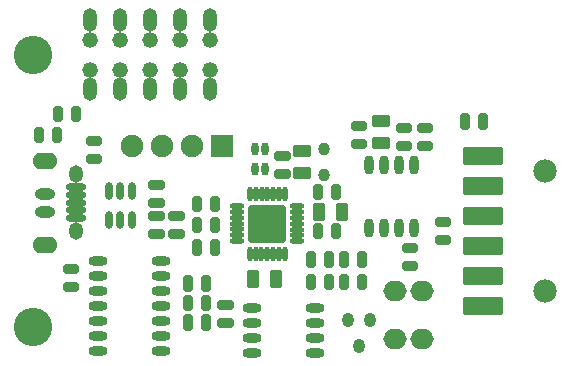
<source format=gbs>
G04 #@! TF.GenerationSoftware,KiCad,Pcbnew,(6.0.0-rc1-387-g70841c6393)*
G04 #@! TF.CreationDate,2022-03-02T22:10:33+08:00*
G04 #@! TF.ProjectId,uw-rs485_hat,75772d72-7334-4383-955f-6861742e6b69,rev?*
G04 #@! TF.SameCoordinates,Original*
G04 #@! TF.FileFunction,Soldermask,Bot*
G04 #@! TF.FilePolarity,Negative*
%FSLAX46Y46*%
G04 Gerber Fmt 4.6, Leading zero omitted, Abs format (unit mm)*
G04 Created by KiCad (PCBNEW (6.0.0-rc1-387-g70841c6393)) date 2022-03-02 22:10:33*
%MOMM*%
%LPD*%
G01*
G04 APERTURE LIST*
G04 Aperture macros list*
%AMRoundRect*
0 Rectangle with rounded corners*
0 $1 Rounding radius*
0 $2 $3 $4 $5 $6 $7 $8 $9 X,Y pos of 4 corners*
0 Add a 4 corners polygon primitive as box body*
4,1,4,$2,$3,$4,$5,$6,$7,$8,$9,$2,$3,0*
0 Add four circle primitives for the rounded corners*
1,1,$1+$1,$2,$3*
1,1,$1+$1,$4,$5*
1,1,$1+$1,$6,$7*
1,1,$1+$1,$8,$9*
0 Add four rect primitives between the rounded corners*
20,1,$1+$1,$2,$3,$4,$5,0*
20,1,$1+$1,$4,$5,$6,$7,0*
20,1,$1+$1,$6,$7,$8,$9,0*
20,1,$1+$1,$8,$9,$2,$3,0*%
G04 Aperture macros list end*
%ADD10RoundRect,0.101600X0.850000X-0.850000X0.850000X0.850000X-0.850000X0.850000X-0.850000X-0.850000X0*%
%ADD11O,1.903200X1.903200*%
%ADD12C,3.251200*%
%ADD13O,0.457200X0.838200*%
%ADD14RoundRect,0.101600X0.444500X-0.317500X0.444500X0.317500X-0.444500X0.317500X-0.444500X-0.317500X0*%
%ADD15O,0.838200X0.457200*%
%ADD16RoundRect,0.101600X-0.317500X-0.444500X0.317500X-0.444500X0.317500X0.444500X-0.317500X0.444500X0*%
%ADD17O,1.092200X0.584200*%
%ADD18RoundRect,0.101600X-0.444500X-0.508000X0.444500X-0.508000X0.444500X0.508000X-0.444500X0.508000X0*%
%ADD19O,0.584200X1.092200*%
%ADD20RoundRect,0.101600X0.508000X-0.444500X0.508000X0.444500X-0.508000X0.444500X-0.508000X-0.444500X0*%
%ADD21RoundRect,0.101600X0.317500X0.444500X-0.317500X0.444500X-0.317500X-0.444500X0.317500X-0.444500X0*%
%ADD22RoundRect,0.101600X-0.444500X0.317500X-0.444500X-0.317500X0.444500X-0.317500X0.444500X0.317500X0*%
%ADD23O,0.711200X1.524000*%
%ADD24O,1.016000X1.219200*%
%ADD25O,1.727200X0.609600*%
%ADD26O,1.219200X1.473200*%
%ADD27O,2.108200X1.397000*%
%ADD28O,1.727200X0.965200*%
%ADD29O,0.609600X1.117600*%
%ADD30O,1.981200X1.727200*%
%ADD31O,0.457200X1.219200*%
%ADD32O,1.219200X0.457200*%
%ADD33O,3.251200X0.711200*%
%ADD34RoundRect,0.101600X-1.524000X-1.270000X1.524000X-1.270000X1.524000X1.270000X-1.524000X1.270000X0*%
%ADD35O,1.602740X0.802640*%
%ADD36O,0.802640X1.602740*%
%ADD37O,0.965200X1.117600*%
%ADD38C,1.320800*%
%ADD39O,1.219200X1.981200*%
%ADD40C,1.983200*%
%ADD41RoundRect,0.101600X1.590000X-0.635000X1.590000X0.635000X-1.590000X0.635000X-1.590000X-0.635000X0*%
G04 APERTURE END LIST*
D10*
G04 #@! TO.C,J4*
X44958000Y-132969000D03*
D11*
X42418000Y-132969000D03*
X39878000Y-132969000D03*
X37338000Y-132969000D03*
G04 #@! TD*
D12*
G04 #@! TO.C,MH1*
X28905200Y-125298200D03*
G04 #@! TD*
G04 #@! TO.C,MH2*
X28905200Y-148298200D03*
G04 #@! TD*
D13*
G04 #@! TO.C,C1*
X39814500Y-137795000D03*
X38925500Y-137795000D03*
D14*
X39370000Y-137795000D03*
X39370000Y-136271000D03*
D13*
X38925500Y-136271000D03*
X39814500Y-136271000D03*
G04 #@! TD*
D15*
G04 #@! TO.C,C2*
X53086000Y-136461500D03*
D16*
X53086000Y-136906000D03*
D15*
X53086000Y-137350500D03*
X54610000Y-137350500D03*
X54610000Y-136461500D03*
D16*
X54610000Y-136906000D03*
G04 #@! TD*
D17*
G04 #@! TO.C,C3*
X53149500Y-138049000D03*
X53149500Y-139065000D03*
D18*
X53149500Y-138557000D03*
D17*
X55054500Y-138049000D03*
D18*
X55054500Y-138557000D03*
D17*
X55054500Y-139065000D03*
G04 #@! TD*
D13*
G04 #@! TO.C,C4*
X49593500Y-135382000D03*
D14*
X50038000Y-135382000D03*
D13*
X50482500Y-135382000D03*
D14*
X50038000Y-133858000D03*
D13*
X50482500Y-133858000D03*
X49593500Y-133858000D03*
G04 #@! TD*
D19*
G04 #@! TO.C,C5*
X52197000Y-135318500D03*
D20*
X51689000Y-135318500D03*
D19*
X51181000Y-135318500D03*
X51181000Y-133413500D03*
D20*
X51689000Y-133413500D03*
D19*
X52197000Y-133413500D03*
G04 #@! TD*
D17*
G04 #@! TO.C,C6*
X47561500Y-143764000D03*
D18*
X47561500Y-144272000D03*
D17*
X47561500Y-144780000D03*
X49466500Y-144780000D03*
X49466500Y-143764000D03*
D18*
X49466500Y-144272000D03*
G04 #@! TD*
D13*
G04 #@! TO.C,C7*
X45656500Y-147955000D03*
D14*
X45212000Y-147955000D03*
D13*
X44767500Y-147955000D03*
X45656500Y-146431000D03*
X44767500Y-146431000D03*
D14*
X45212000Y-146431000D03*
G04 #@! TD*
D15*
G04 #@! TO.C,C8*
X32581850Y-129857500D03*
X32581850Y-130746500D03*
D21*
X32581850Y-130302000D03*
X31057850Y-130302000D03*
D15*
X31057850Y-129857500D03*
X31057850Y-130746500D03*
G04 #@! TD*
D22*
G04 #@! TO.C,C9*
X34105850Y-132588000D03*
D13*
X33661350Y-132588000D03*
X34550350Y-132588000D03*
X33661350Y-134112000D03*
X34550350Y-134112000D03*
D22*
X34105850Y-134112000D03*
G04 #@! TD*
G04 #@! TO.C,C10*
X32131000Y-143383000D03*
D13*
X31686500Y-143383000D03*
X32575500Y-143383000D03*
D22*
X32131000Y-144907000D03*
D13*
X32575500Y-144907000D03*
X31686500Y-144907000D03*
G04 #@! TD*
D14*
G04 #@! TO.C,C12*
X56515000Y-132842000D03*
D13*
X56070500Y-132842000D03*
X56959500Y-132842000D03*
X56070500Y-131318000D03*
D14*
X56515000Y-131318000D03*
D13*
X56959500Y-131318000D03*
G04 #@! TD*
G04 #@! TO.C,C13*
X62547500Y-132969000D03*
D14*
X62103000Y-132969000D03*
D13*
X61658500Y-132969000D03*
X61658500Y-131445000D03*
X62547500Y-131445000D03*
D14*
X62103000Y-131445000D03*
G04 #@! TD*
D19*
G04 #@! TO.C,C14*
X58928000Y-132778500D03*
D20*
X58420000Y-132778500D03*
D19*
X57912000Y-132778500D03*
X57912000Y-130873500D03*
D20*
X58420000Y-130873500D03*
D19*
X58928000Y-130873500D03*
G04 #@! TD*
D23*
G04 #@! TO.C,D1*
X35356800Y-136829800D03*
X36322000Y-136829800D03*
X37287200Y-136829800D03*
X37287200Y-139268200D03*
X36322000Y-139268200D03*
X35356800Y-139268200D03*
G04 #@! TD*
D24*
G04 #@! TO.C,D3*
X55562500Y-147744180D03*
X57467500Y-147744180D03*
X56515000Y-149943820D03*
G04 #@! TD*
D25*
G04 #@! TO.C,J1*
X32581850Y-139090400D03*
X32581850Y-138455400D03*
X32581850Y-137795000D03*
X32581850Y-137134600D03*
X32581850Y-136499600D03*
D26*
X32581850Y-135382000D03*
D27*
X29914850Y-134239000D03*
D28*
X29914850Y-137033000D03*
D27*
X29914850Y-141351000D03*
D28*
X29914850Y-138557000D03*
D26*
X32581850Y-140208000D03*
G04 #@! TD*
D14*
G04 #@! TO.C,L1*
X39370000Y-140462000D03*
D13*
X39814500Y-140462000D03*
X38925500Y-140462000D03*
X38925500Y-138938000D03*
D14*
X39370000Y-138938000D03*
D13*
X39814500Y-138938000D03*
G04 #@! TD*
G04 #@! TO.C,L2*
X41522650Y-140462000D03*
X40633650Y-140462000D03*
D14*
X41078150Y-140462000D03*
D13*
X40633650Y-138938000D03*
D14*
X41078150Y-138938000D03*
D13*
X41522650Y-138938000D03*
G04 #@! TD*
D16*
G04 #@! TO.C,L3*
X55245000Y-144526000D03*
D15*
X55245000Y-144970500D03*
X55245000Y-144081500D03*
X56769000Y-144081500D03*
D16*
X56769000Y-144526000D03*
D15*
X56769000Y-144970500D03*
G04 #@! TD*
G04 #@! TO.C,L4*
X55245000Y-143065500D03*
X55245000Y-142176500D03*
D16*
X55245000Y-142621000D03*
D15*
X56769000Y-143065500D03*
X56769000Y-142176500D03*
D16*
X56769000Y-142621000D03*
G04 #@! TD*
G04 #@! TO.C,L5*
X65532000Y-130937000D03*
D15*
X65532000Y-130492500D03*
X65532000Y-131381500D03*
D16*
X67056000Y-130937000D03*
D15*
X67056000Y-131381500D03*
X67056000Y-130492500D03*
G04 #@! TD*
G04 #@! TO.C,R2*
X53086000Y-140652500D03*
X53086000Y-139763500D03*
D16*
X53086000Y-140208000D03*
X54610000Y-140208000D03*
D15*
X54610000Y-140652500D03*
X54610000Y-139763500D03*
G04 #@! TD*
D16*
G04 #@! TO.C,R3*
X52451000Y-144526000D03*
D15*
X52451000Y-144970500D03*
X52451000Y-144081500D03*
X53975000Y-144081500D03*
D16*
X53975000Y-144526000D03*
D15*
X53975000Y-144970500D03*
G04 #@! TD*
G04 #@! TO.C,R4*
X52451000Y-142176500D03*
D16*
X52451000Y-142621000D03*
D15*
X52451000Y-143065500D03*
X53975000Y-142176500D03*
D16*
X53975000Y-142621000D03*
D15*
X53975000Y-143065500D03*
G04 #@! TD*
D14*
G04 #@! TO.C,R5*
X63627000Y-140970000D03*
D13*
X64071500Y-140970000D03*
X63182500Y-140970000D03*
X64071500Y-139446000D03*
D14*
X63627000Y-139446000D03*
D13*
X63182500Y-139446000D03*
G04 #@! TD*
D15*
G04 #@! TO.C,R6*
X43561000Y-145097500D03*
X43561000Y-144208500D03*
D21*
X43561000Y-144653000D03*
D15*
X42037000Y-145097500D03*
X42037000Y-144208500D03*
D21*
X42037000Y-144653000D03*
G04 #@! TD*
G04 #@! TO.C,R7*
X43561000Y-146304000D03*
D15*
X43561000Y-146748500D03*
X43561000Y-145859500D03*
D21*
X42037000Y-146304000D03*
D15*
X42037000Y-146748500D03*
X42037000Y-145859500D03*
G04 #@! TD*
G04 #@! TO.C,R8*
X43561000Y-148399500D03*
X43561000Y-147510500D03*
D21*
X43561000Y-147955000D03*
D15*
X42037000Y-147510500D03*
X42037000Y-148399500D03*
D21*
X42037000Y-147955000D03*
G04 #@! TD*
G04 #@! TO.C,R9*
X44323000Y-139700000D03*
D15*
X44323000Y-140144500D03*
X44323000Y-139255500D03*
X42799000Y-140144500D03*
X42799000Y-139255500D03*
D21*
X42799000Y-139700000D03*
G04 #@! TD*
D15*
G04 #@! TO.C,R10*
X44323000Y-138366500D03*
D21*
X44323000Y-137922000D03*
D15*
X44323000Y-137477500D03*
D21*
X42799000Y-137922000D03*
D15*
X42799000Y-138366500D03*
X42799000Y-137477500D03*
G04 #@! TD*
G04 #@! TO.C,R11*
X44323000Y-141160500D03*
X44323000Y-142049500D03*
D21*
X44323000Y-141605000D03*
D15*
X42799000Y-141160500D03*
X42799000Y-142049500D03*
D21*
X42799000Y-141605000D03*
G04 #@! TD*
D13*
G04 #@! TO.C,R12*
X60388500Y-143129000D03*
D14*
X60833000Y-143129000D03*
D13*
X61277500Y-143129000D03*
X60388500Y-141605000D03*
X61277500Y-141605000D03*
D14*
X60833000Y-141605000D03*
G04 #@! TD*
D13*
G04 #@! TO.C,R13*
X59880500Y-132969000D03*
D14*
X60325000Y-132969000D03*
D13*
X60769500Y-132969000D03*
X60769500Y-131445000D03*
D14*
X60325000Y-131445000D03*
D13*
X59880500Y-131445000D03*
G04 #@! TD*
D29*
G04 #@! TO.C,T1*
X47726600Y-133248400D03*
X47726600Y-134975600D03*
X48539400Y-134975600D03*
X48539400Y-133248400D03*
G04 #@! TD*
D30*
G04 #@! TO.C,T2*
X61849000Y-149352000D03*
X61849000Y-145288000D03*
X59563000Y-145288000D03*
X59563000Y-149352000D03*
G04 #@! TD*
D31*
G04 #@! TO.C,U1*
X47269400Y-137033000D03*
X47777400Y-137033000D03*
X48272700Y-137033000D03*
X48768000Y-137033000D03*
X49276000Y-137033000D03*
X49771300Y-137033000D03*
X50266600Y-137033000D03*
D32*
X51308000Y-138074400D03*
X51308000Y-138582400D03*
X51308000Y-139077700D03*
X51308000Y-139573000D03*
X51308000Y-140081000D03*
X51308000Y-140576300D03*
X51308000Y-141071600D03*
D31*
X50266600Y-142113000D03*
X49758600Y-142113000D03*
X49263300Y-142113000D03*
X48768000Y-142113000D03*
X48260000Y-142113000D03*
X47764700Y-142113000D03*
X47269400Y-142113000D03*
D32*
X46228000Y-141071600D03*
X46228000Y-140563600D03*
X46228000Y-140068300D03*
X46228000Y-139573000D03*
X46228000Y-139065000D03*
X46228000Y-138569700D03*
X46228000Y-138074400D03*
D33*
X48768000Y-140843000D03*
X48768000Y-138303000D03*
D34*
X48768000Y-139573000D03*
G04 #@! TD*
D35*
G04 #@! TO.C,U2*
X52832000Y-146685000D03*
X52832000Y-147955000D03*
X52832000Y-149225000D03*
X52832000Y-150495000D03*
X47498000Y-150495000D03*
X47498000Y-149225000D03*
X47498000Y-147955000D03*
X47498000Y-146685000D03*
G04 #@! TD*
G04 #@! TO.C,U3*
X39751000Y-142748000D03*
X39751000Y-144018000D03*
X39751000Y-145288000D03*
X39751000Y-146558000D03*
X39751000Y-147828000D03*
X39751000Y-149098000D03*
X39751000Y-150368000D03*
X34417000Y-150368000D03*
X34417000Y-149098000D03*
X34417000Y-147828000D03*
X34417000Y-146558000D03*
X34417000Y-145288000D03*
X34417000Y-144018000D03*
X34417000Y-142748000D03*
G04 #@! TD*
D36*
G04 #@! TO.C,U4*
X61214000Y-139954000D03*
X59944000Y-139954000D03*
X58674000Y-139954000D03*
X57404000Y-139954000D03*
X57404000Y-134620000D03*
X58674000Y-134620000D03*
X59944000Y-134620000D03*
X61214000Y-134620000D03*
G04 #@! TD*
D16*
G04 #@! TO.C,R1*
X29464000Y-132080000D03*
D15*
X29464000Y-131635500D03*
X29464000Y-132524500D03*
D16*
X30988000Y-132080000D03*
D15*
X30988000Y-132524500D03*
X30988000Y-131635500D03*
G04 #@! TD*
D37*
G04 #@! TO.C,D2*
X53594000Y-133248400D03*
X53594000Y-135483600D03*
G04 #@! TD*
D38*
G04 #@! TO.C,J3*
X33782000Y-124028200D03*
X38862000Y-124028200D03*
X36322000Y-126568200D03*
X38862000Y-126568200D03*
X36322000Y-124028200D03*
X43942000Y-126568200D03*
X33782000Y-126568200D03*
X43942000Y-124028200D03*
X41402000Y-126568200D03*
X41402000Y-124028200D03*
D39*
X33782000Y-122377200D03*
X33782000Y-128219200D03*
X36322000Y-122377200D03*
X36322000Y-128219200D03*
X38862000Y-122377200D03*
X38862000Y-128219200D03*
X41402000Y-122377200D03*
X41402000Y-128219200D03*
X43942000Y-122377200D03*
X43942000Y-128219200D03*
G04 #@! TD*
D40*
G04 #@! TO.C,J2*
X72270000Y-145254500D03*
X72270000Y-135094500D03*
D41*
X66990000Y-146524500D03*
X66990000Y-143984500D03*
X66990000Y-141444500D03*
X66990000Y-138904500D03*
X66990000Y-136364500D03*
X66990000Y-133824500D03*
G04 #@! TD*
M02*

</source>
